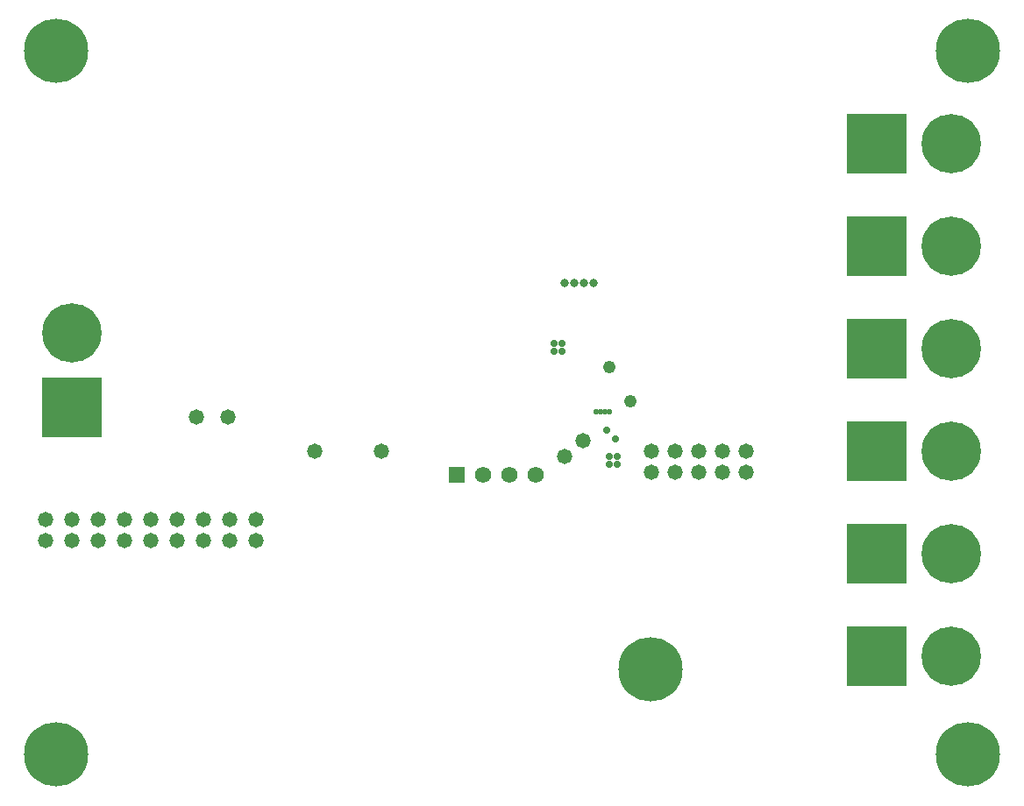
<source format=gbs>
G04*
G04 #@! TF.GenerationSoftware,Altium Limited,Altium Designer,22.0.2 (36)*
G04*
G04 Layer_Color=16711935*
%FSLAX25Y25*%
%MOIN*%
G70*
G04*
G04 #@! TF.SameCoordinates,2399AC83-C245-47A7-85CA-B2C80BF99C82*
G04*
G04*
G04 #@! TF.FilePolarity,Negative*
G04*
G01*
G75*
%ADD69C,0.24422*%
%ADD70C,0.22517*%
%ADD71R,0.22517X0.22517*%
%ADD72R,0.22517X0.22517*%
%ADD73C,0.06194*%
%ADD74R,0.06194X0.06194*%
%ADD75C,0.05800*%
%ADD76C,0.03300*%
%ADD77C,0.02800*%
%ADD78C,0.04800*%
%ADD79C,0.02300*%
D69*
X382449Y321378D02*
D03*
Y53661D02*
D03*
X35992D02*
D03*
Y321378D02*
D03*
X262000Y86000D02*
D03*
D70*
X376244Y169000D02*
D03*
X42000Y214173D02*
D03*
X376244Y208000D02*
D03*
Y286000D02*
D03*
Y247000D02*
D03*
Y130000D02*
D03*
Y91000D02*
D03*
D71*
X347898Y169000D02*
D03*
Y208000D02*
D03*
Y286000D02*
D03*
Y247000D02*
D03*
Y130000D02*
D03*
Y91000D02*
D03*
D72*
X42000Y185827D02*
D03*
D73*
X218071Y160000D02*
D03*
X208071D02*
D03*
X198071D02*
D03*
D74*
X188071D02*
D03*
D75*
X262071Y161000D02*
D03*
Y169000D02*
D03*
X280071Y161000D02*
D03*
X271071D02*
D03*
Y169000D02*
D03*
X280071D02*
D03*
X72000Y143000D02*
D03*
X112000D02*
D03*
Y135000D02*
D03*
X92000D02*
D03*
Y143000D02*
D03*
X102000D02*
D03*
Y135000D02*
D03*
X82000D02*
D03*
X72000D02*
D03*
X82000Y143000D02*
D03*
X236071Y173000D02*
D03*
X101071Y182000D02*
D03*
X89071D02*
D03*
X159512Y169000D02*
D03*
X229211Y167158D02*
D03*
X32000Y135000D02*
D03*
X42000D02*
D03*
X52000D02*
D03*
X62000Y143000D02*
D03*
X52000D02*
D03*
X32000D02*
D03*
X42000D02*
D03*
X62000Y135000D02*
D03*
X298071Y161000D02*
D03*
Y169000D02*
D03*
X289071D02*
D03*
Y161000D02*
D03*
X134071Y169000D02*
D03*
D76*
X236404Y233000D02*
D03*
X232737D02*
D03*
X229071D02*
D03*
X240071D02*
D03*
D77*
X248571Y173702D02*
D03*
X245241Y177000D02*
D03*
X246071Y167000D02*
D03*
Y164000D02*
D03*
X228071Y210000D02*
D03*
X225071Y207000D02*
D03*
X228071D02*
D03*
X225071Y210000D02*
D03*
X249071Y164000D02*
D03*
Y167000D02*
D03*
D78*
X246071Y201000D02*
D03*
X254071Y188000D02*
D03*
D79*
X246237Y184000D02*
D03*
X241237D02*
D03*
X242904D02*
D03*
X244571D02*
D03*
M02*

</source>
